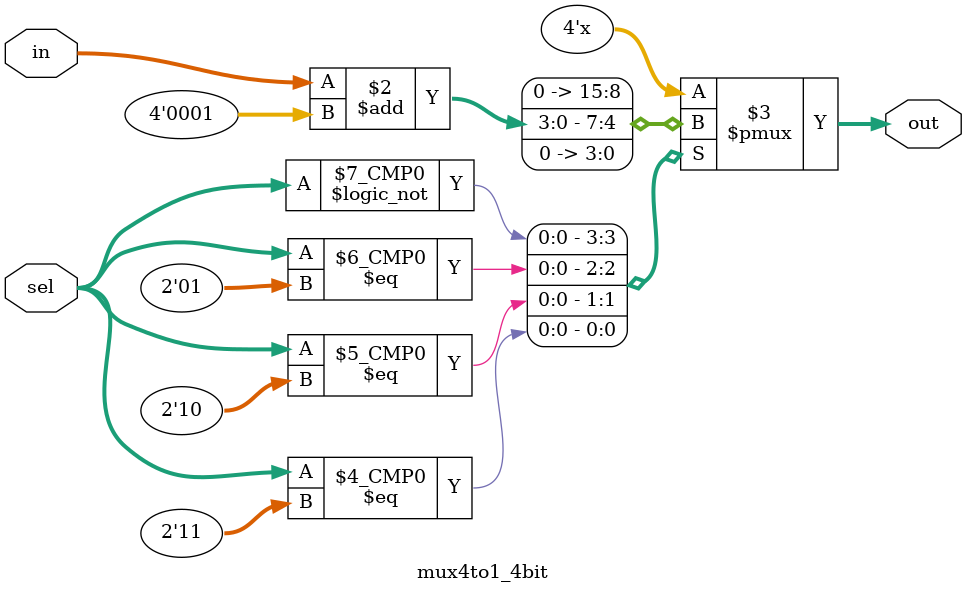
<source format=sv>
module mux4to1_4bit
(
	input  logic [ 1 :  0] sel,		// arrange bit 0 ~ done, bit 1 ~ start
	input  logic [ 3 :  0] in,
		
	output logic [ 3 :  0] out
);

	always_comb begin
		case (sel)
			2'b00: out <= 4'b0;
			2'b01: out <= 4'b0;
			2'b10: out <= in + 4'b1;
			2'b11: out <= 4'b0;
		endcase
	end

endmodule

</source>
